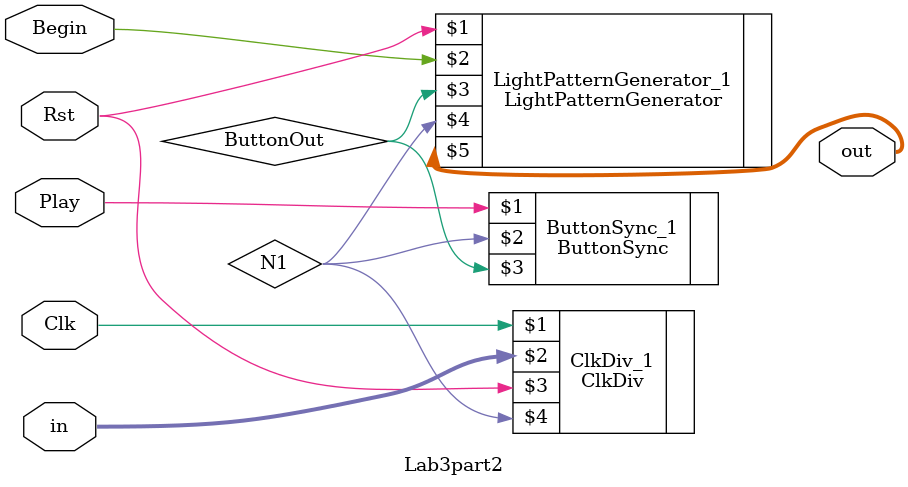
<source format=v>
`timescale 1ns / 1ps


module Lab3part2(Clk, in, Rst, Play, Begin, out);
    input Clk, Rst, Play, Begin;
    input [3:0] in;
    output [7:0] out;
    wire N1; 
    wire ButtonOut;

    ClkDiv ClkDiv_1(Clk, in, Rst, N1);
    ButtonSync ButtonSync_1(Play, N1, ButtonOut);
    LightPatternGenerator LightPatternGenerator_1(Rst, Begin, ButtonOut, N1, out);
    
endmodule
</source>
